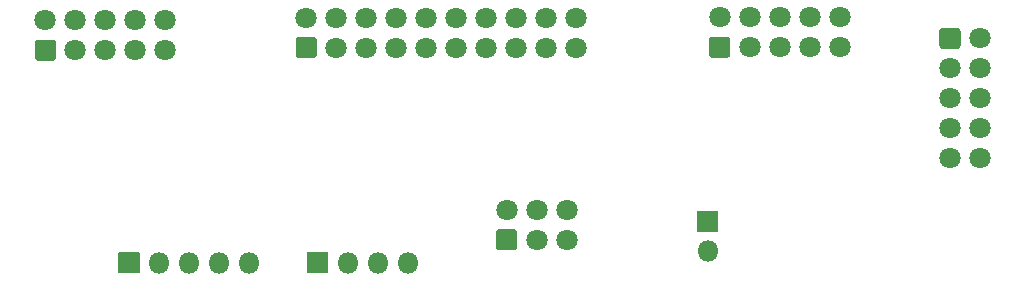
<source format=gbs>
G04 #@! TF.GenerationSoftware,KiCad,Pcbnew,(5.1.10)-1*
G04 #@! TF.CreationDate,2022-05-27T16:58:45+02:00*
G04 #@! TF.ProjectId,STM_programming_ports,53544d5f-7072-46f6-9772-616d6d696e67,rev?*
G04 #@! TF.SameCoordinates,Original*
G04 #@! TF.FileFunction,Soldermask,Bot*
G04 #@! TF.FilePolarity,Negative*
%FSLAX46Y46*%
G04 Gerber Fmt 4.6, Leading zero omitted, Abs format (unit mm)*
G04 Created by KiCad (PCBNEW (5.1.10)-1) date 2022-05-27 16:58:45*
%MOMM*%
%LPD*%
G01*
G04 APERTURE LIST*
%ADD10C,1.800000*%
%ADD11O,1.800000X1.800000*%
G04 APERTURE END LIST*
D10*
X160040000Y-57660000D03*
X160040000Y-55120000D03*
X160040000Y-52580000D03*
X160040000Y-50040000D03*
X160040000Y-47500000D03*
X157500000Y-57660000D03*
X157500000Y-55120000D03*
X157500000Y-52580000D03*
X157500000Y-50040000D03*
G36*
G01*
X156600000Y-48135295D02*
X156600000Y-46864705D01*
G75*
G02*
X156864705Y-46600000I264705J0D01*
G01*
X158135295Y-46600000D01*
G75*
G02*
X158400000Y-46864705I0J-264705D01*
G01*
X158400000Y-48135295D01*
G75*
G02*
X158135295Y-48400000I-264705J0D01*
G01*
X156864705Y-48400000D01*
G75*
G02*
X156600000Y-48135295I0J264705D01*
G01*
G37*
X148160000Y-45710000D03*
X145620000Y-45710000D03*
X143080000Y-45710000D03*
X140540000Y-45710000D03*
X138000000Y-45710000D03*
X148160000Y-48250000D03*
X145620000Y-48250000D03*
X143080000Y-48250000D03*
X140540000Y-48250000D03*
G36*
G01*
X138635295Y-49150000D02*
X137364705Y-49150000D01*
G75*
G02*
X137100000Y-48885295I0J264705D01*
G01*
X137100000Y-47614705D01*
G75*
G02*
X137364705Y-47350000I264705J0D01*
G01*
X138635295Y-47350000D01*
G75*
G02*
X138900000Y-47614705I0J-264705D01*
G01*
X138900000Y-48885295D01*
G75*
G02*
X138635295Y-49150000I-264705J0D01*
G01*
G37*
D11*
X98160000Y-66500000D03*
X95620000Y-66500000D03*
X93080000Y-66500000D03*
X90540000Y-66500000D03*
G36*
G01*
X88850000Y-67400000D02*
X87150000Y-67400000D01*
G75*
G02*
X87100000Y-67350000I0J50000D01*
G01*
X87100000Y-65650000D01*
G75*
G02*
X87150000Y-65600000I50000J0D01*
G01*
X88850000Y-65600000D01*
G75*
G02*
X88900000Y-65650000I0J-50000D01*
G01*
X88900000Y-67350000D01*
G75*
G02*
X88850000Y-67400000I-50000J0D01*
G01*
G37*
X111580000Y-66500000D03*
X109040000Y-66500000D03*
X106500000Y-66500000D03*
G36*
G01*
X104810000Y-67400000D02*
X103110000Y-67400000D01*
G75*
G02*
X103060000Y-67350000I0J50000D01*
G01*
X103060000Y-65650000D01*
G75*
G02*
X103110000Y-65600000I50000J0D01*
G01*
X104810000Y-65600000D01*
G75*
G02*
X104860000Y-65650000I0J-50000D01*
G01*
X104860000Y-67350000D01*
G75*
G02*
X104810000Y-67400000I-50000J0D01*
G01*
G37*
D10*
X125040000Y-62000000D03*
X122500000Y-62000000D03*
X119960000Y-62000000D03*
X125040000Y-64540000D03*
X122500000Y-64540000D03*
G36*
G01*
X120595295Y-65440000D02*
X119324705Y-65440000D01*
G75*
G02*
X119060000Y-65175295I0J264705D01*
G01*
X119060000Y-63904705D01*
G75*
G02*
X119324705Y-63640000I264705J0D01*
G01*
X120595295Y-63640000D01*
G75*
G02*
X120860000Y-63904705I0J-264705D01*
G01*
X120860000Y-65175295D01*
G75*
G02*
X120595295Y-65440000I-264705J0D01*
G01*
G37*
D11*
X137000000Y-65540000D03*
G36*
G01*
X136100000Y-63850000D02*
X136100000Y-62150000D01*
G75*
G02*
X136150000Y-62100000I50000J0D01*
G01*
X137850000Y-62100000D01*
G75*
G02*
X137900000Y-62150000I0J-50000D01*
G01*
X137900000Y-63850000D01*
G75*
G02*
X137850000Y-63900000I-50000J0D01*
G01*
X136150000Y-63900000D01*
G75*
G02*
X136100000Y-63850000I0J50000D01*
G01*
G37*
D10*
X125860000Y-45740000D03*
X123320000Y-45740000D03*
X120780000Y-45740000D03*
X118240000Y-45740000D03*
X115700000Y-45740000D03*
X113160000Y-45740000D03*
X110620000Y-45740000D03*
X108080000Y-45740000D03*
X105540000Y-45740000D03*
X103000000Y-45740000D03*
X125860000Y-48280000D03*
X123320000Y-48280000D03*
X120780000Y-48280000D03*
X118240000Y-48280000D03*
X115700000Y-48280000D03*
X113160000Y-48280000D03*
X110620000Y-48280000D03*
X108080000Y-48280000D03*
X105540000Y-48280000D03*
G36*
G01*
X103635295Y-49180000D02*
X102364705Y-49180000D01*
G75*
G02*
X102100000Y-48915295I0J264705D01*
G01*
X102100000Y-47644705D01*
G75*
G02*
X102364705Y-47380000I264705J0D01*
G01*
X103635295Y-47380000D01*
G75*
G02*
X103900000Y-47644705I0J-264705D01*
G01*
X103900000Y-48915295D01*
G75*
G02*
X103635295Y-49180000I-264705J0D01*
G01*
G37*
X91080001Y-45960000D03*
X88540001Y-45960000D03*
X86000001Y-45960000D03*
X83460001Y-45960000D03*
X80920001Y-45960000D03*
X91080001Y-48500000D03*
X88540001Y-48500000D03*
X86000001Y-48500000D03*
X83460001Y-48500000D03*
G36*
G01*
X81555296Y-49400000D02*
X80284706Y-49400000D01*
G75*
G02*
X80020001Y-49135295I0J264705D01*
G01*
X80020001Y-47864705D01*
G75*
G02*
X80284706Y-47600000I264705J0D01*
G01*
X81555296Y-47600000D01*
G75*
G02*
X81820001Y-47864705I0J-264705D01*
G01*
X81820001Y-49135295D01*
G75*
G02*
X81555296Y-49400000I-264705J0D01*
G01*
G37*
M02*

</source>
